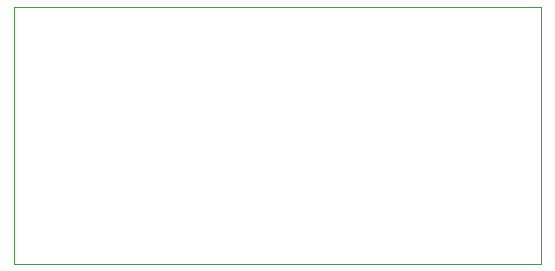
<source format=gm1>
%TF.GenerationSoftware,KiCad,Pcbnew,(5.1.9)-1*%
%TF.CreationDate,2021-01-18T19:47:50+01:00*%
%TF.ProjectId,DC-DC-only,44432d44-432d-46f6-9e6c-792e6b696361,rev?*%
%TF.SameCoordinates,Original*%
%TF.FileFunction,Profile,NP*%
%FSLAX46Y46*%
G04 Gerber Fmt 4.6, Leading zero omitted, Abs format (unit mm)*
G04 Created by KiCad (PCBNEW (5.1.9)-1) date 2021-01-18 19:47:50*
%MOMM*%
%LPD*%
G01*
G04 APERTURE LIST*
%TA.AperFunction,Profile*%
%ADD10C,0.100000*%
%TD*%
G04 APERTURE END LIST*
D10*
X147640000Y-79220000D02*
X147640000Y-101000000D01*
X103000000Y-79220000D02*
X147640000Y-79220000D01*
X103000000Y-101000000D02*
X103000000Y-79220000D01*
X147640000Y-101000000D02*
X103000000Y-101000000D01*
M02*

</source>
